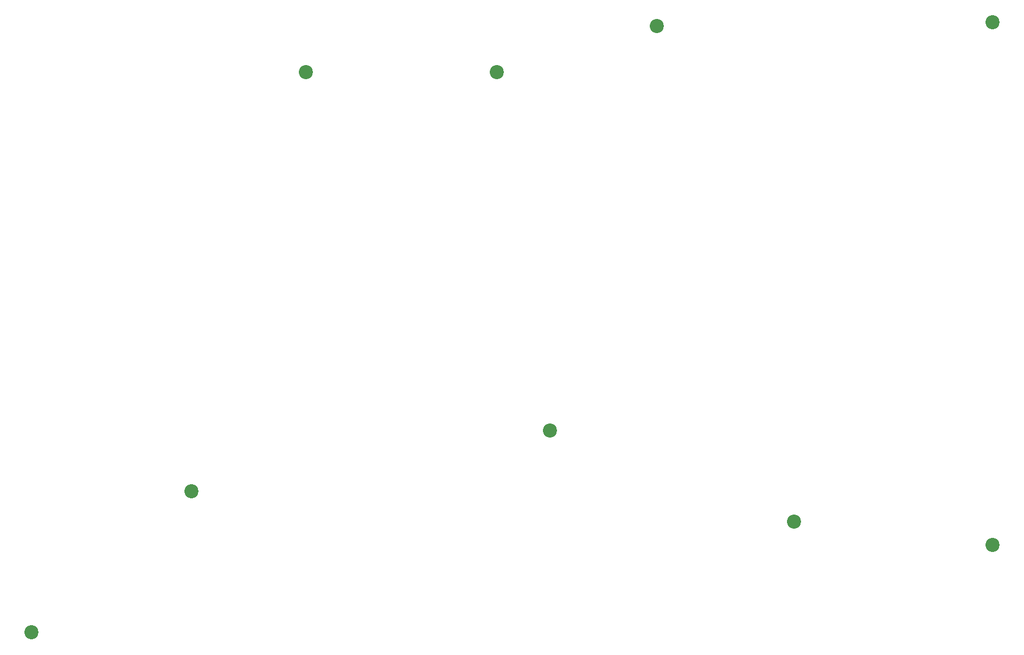
<source format=gbr>
%TF.GenerationSoftware,KiCad,Pcbnew,7.0.2*%
%TF.CreationDate,2023-05-17T13:24:13+02:00*%
%TF.ProjectId,mykeeb_v7a2_base,6d796b65-6562-45f7-9637-61325f626173,rev?*%
%TF.SameCoordinates,Original*%
%TF.FileFunction,Soldermask,Top*%
%TF.FilePolarity,Negative*%
%FSLAX46Y46*%
G04 Gerber Fmt 4.6, Leading zero omitted, Abs format (unit mm)*
G04 Created by KiCad (PCBNEW 7.0.2) date 2023-05-17 13:24:13*
%MOMM*%
%LPD*%
G01*
G04 APERTURE LIST*
%ADD10C,2.200000*%
G04 APERTURE END LIST*
D10*
%TO.C,H3*%
X100012584Y-160734510D03*
%TD*%
%TO.C,H8*%
X52387544Y-226218940D03*
%TD*%
%TO.C,H6*%
X146446998Y-230981444D03*
%TD*%
%TO.C,H9*%
X27384398Y-248245521D03*
%TD*%
%TO.C,H2*%
X125015730Y-153590754D03*
%TD*%
%TO.C,H1*%
X177403274Y-152995441D03*
%TD*%
%TO.C,H5*%
X177403274Y-234553322D03*
%TD*%
%TO.C,H4*%
X70246934Y-160734510D03*
%TD*%
%TO.C,H7*%
X108346966Y-216693932D03*
%TD*%
M02*

</source>
